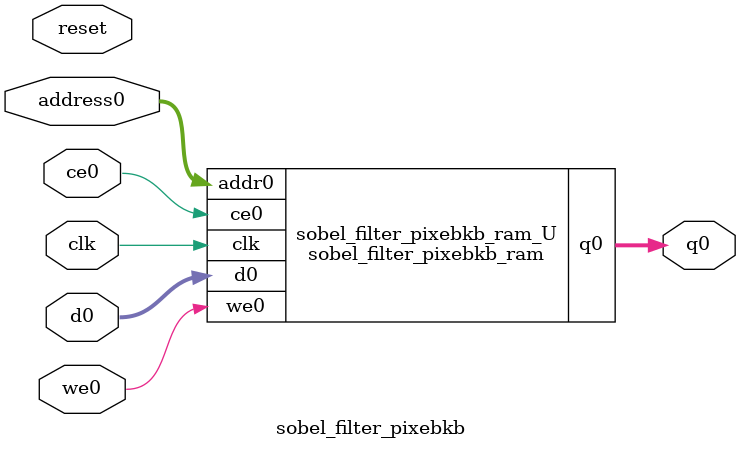
<source format=v>
`timescale 1 ns / 1 ps
module sobel_filter_pixebkb_ram (addr0, ce0, d0, we0, q0,  clk);

parameter DWIDTH = 8;
parameter AWIDTH = 10;
parameter MEM_SIZE = 1024;

input[AWIDTH-1:0] addr0;
input ce0;
input[DWIDTH-1:0] d0;
input we0;
output reg[DWIDTH-1:0] q0;
input clk;

(* ram_style = "block" *)reg [DWIDTH-1:0] ram[0:MEM_SIZE-1];




always @(posedge clk)  
begin 
    if (ce0) 
    begin
        if (we0) 
        begin 
            ram[addr0] <= d0; 
        end 
        q0 <= ram[addr0];
    end
end


endmodule

`timescale 1 ns / 1 ps
module sobel_filter_pixebkb(
    reset,
    clk,
    address0,
    ce0,
    we0,
    d0,
    q0);

parameter DataWidth = 32'd8;
parameter AddressRange = 32'd1024;
parameter AddressWidth = 32'd10;
input reset;
input clk;
input[AddressWidth - 1:0] address0;
input ce0;
input we0;
input[DataWidth - 1:0] d0;
output[DataWidth - 1:0] q0;



sobel_filter_pixebkb_ram sobel_filter_pixebkb_ram_U(
    .clk( clk ),
    .addr0( address0 ),
    .ce0( ce0 ),
    .we0( we0 ),
    .d0( d0 ),
    .q0( q0 ));

endmodule


</source>
